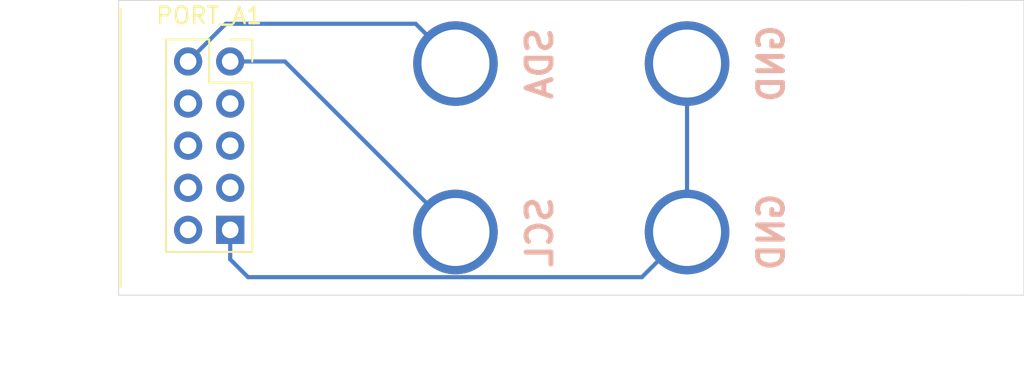
<source format=kicad_pcb>
(kicad_pcb (version 20171130) (host pcbnew "(5.1.12)-1")

  (general
    (thickness 1.6)
    (drawings 11)
    (tracks 15)
    (zones 0)
    (modules 1)
    (nets 11)
  )

  (page A4)
  (title_block
    (title "STK 600 Huckepack Platine I2C für Oszilloskop")
    (date 2021-11-20)
    (rev 1.0)
    (company "FH Bielefeld")
    (comment 1 "Philipp Husemann")
  )

  (layers
    (0 F.Cu signal)
    (31 B.Cu signal)
    (32 B.Adhes user)
    (33 F.Adhes user)
    (34 B.Paste user)
    (35 F.Paste user)
    (36 B.SilkS user)
    (37 F.SilkS user)
    (38 B.Mask user)
    (39 F.Mask user)
    (40 Dwgs.User user)
    (41 Cmts.User user)
    (42 Eco1.User user)
    (43 Eco2.User user)
    (44 Edge.Cuts user)
    (45 Margin user)
    (46 B.CrtYd user)
    (47 F.CrtYd user)
    (48 B.Fab user)
    (49 F.Fab user)
  )

  (setup
    (last_trace_width 0.25)
    (trace_clearance 0.2)
    (zone_clearance 0.508)
    (zone_45_only no)
    (trace_min 0.2)
    (via_size 0.8)
    (via_drill 0.4)
    (via_min_size 0.4)
    (via_min_drill 0.3)
    (uvia_size 0.3)
    (uvia_drill 0.1)
    (uvias_allowed no)
    (uvia_min_size 0.2)
    (uvia_min_drill 0.1)
    (edge_width 0.05)
    (segment_width 0.2)
    (pcb_text_width 0.3)
    (pcb_text_size 1.5 1.5)
    (mod_edge_width 0.12)
    (mod_text_size 1 1)
    (mod_text_width 0.15)
    (pad_size 1.7 1.7)
    (pad_drill 1)
    (pad_to_mask_clearance 0.051)
    (solder_mask_min_width 0.25)
    (aux_axis_origin 0 0)
    (visible_elements 7FFFFFFF)
    (pcbplotparams
      (layerselection 0x010fc_ffffffff)
      (usegerberextensions false)
      (usegerberattributes false)
      (usegerberadvancedattributes false)
      (creategerberjobfile false)
      (excludeedgelayer true)
      (linewidth 0.100000)
      (plotframeref false)
      (viasonmask false)
      (mode 1)
      (useauxorigin false)
      (hpglpennumber 1)
      (hpglpenspeed 20)
      (hpglpendiameter 15.000000)
      (psnegative false)
      (psa4output false)
      (plotreference true)
      (plotvalue true)
      (plotinvisibletext false)
      (padsonsilk false)
      (subtractmaskfromsilk false)
      (outputformat 1)
      (mirror false)
      (drillshape 1)
      (scaleselection 1)
      (outputdirectory ""))
  )

  (net 0 "")
  (net 1 "Net-(PORT_A1-Pad8)")
  (net 2 "Net-(PORT_A1-Pad7)")
  (net 3 "Net-(PORT_A1-Pad6)")
  (net 4 "Net-(PORT_A1-Pad5)")
  (net 5 "Net-(PORT_A1-Pad4)")
  (net 6 "Net-(PORT_A1-Pad3)")
  (net 7 +5V)
  (net 8 GND)
  (net 9 SDA)
  (net 10 SCL)

  (net_class Default "Dies ist die voreingestellte Netzklasse."
    (clearance 0.2)
    (trace_width 0.25)
    (via_dia 0.8)
    (via_drill 0.4)
    (uvia_dia 0.3)
    (uvia_drill 0.1)
    (add_net +5V)
    (add_net GND)
    (add_net "Net-(PORT_A1-Pad3)")
    (add_net "Net-(PORT_A1-Pad4)")
    (add_net "Net-(PORT_A1-Pad5)")
    (add_net "Net-(PORT_A1-Pad6)")
    (add_net "Net-(PORT_A1-Pad7)")
    (add_net "Net-(PORT_A1-Pad8)")
    (add_net SCL)
    (add_net SDA)
  )

  (module Connector_PinSocket_2.54mm:PinSocket_2x05_P2.54mm_Vertical (layer F.Cu) (tedit 619250C8) (tstamp 618D4DAB)
    (at 70.231 78.613)
    (descr "Through hole straight socket strip, 2x05, 2.54mm pitch, double cols (from Kicad 4.0.7), script generated")
    (tags "Through hole socket strip THT 2x05 2.54mm double row")
    (path /618D8315)
    (fp_text reference PORT_A1 (at -1.27 -2.77) (layer F.SilkS)
      (effects (font (size 1 1) (thickness 0.15)))
    )
    (fp_text value Conn_02x05_Odd_Even_MountingPin (at -0.381 17.907) (layer F.Fab)
      (effects (font (size 1 1) (thickness 0.15)))
    )
    (fp_line (start -3.81 -1.27) (end 0.27 -1.27) (layer F.Fab) (width 0.1))
    (fp_line (start 0.27 -1.27) (end 1.27 -0.27) (layer F.Fab) (width 0.1))
    (fp_line (start 1.27 -0.27) (end 1.27 11.43) (layer F.Fab) (width 0.1))
    (fp_line (start 1.27 11.43) (end -3.81 11.43) (layer F.Fab) (width 0.1))
    (fp_line (start -3.81 11.43) (end -3.81 -1.27) (layer F.Fab) (width 0.1))
    (fp_line (start -3.87 -1.33) (end -1.27 -1.33) (layer F.SilkS) (width 0.12))
    (fp_line (start -3.87 -1.33) (end -3.87 11.49) (layer F.SilkS) (width 0.12))
    (fp_line (start -3.87 11.49) (end 1.33 11.49) (layer F.SilkS) (width 0.12))
    (fp_line (start 1.33 1.27) (end 1.33 11.49) (layer F.SilkS) (width 0.12))
    (fp_line (start -1.27 1.27) (end 1.33 1.27) (layer F.SilkS) (width 0.12))
    (fp_line (start -1.27 -1.33) (end -1.27 1.27) (layer F.SilkS) (width 0.12))
    (fp_line (start 1.33 -1.33) (end 1.33 0) (layer F.SilkS) (width 0.12))
    (fp_line (start 0 -1.33) (end 1.33 -1.33) (layer F.SilkS) (width 0.12))
    (fp_line (start -4.34 -1.8) (end 1.76 -1.8) (layer F.CrtYd) (width 0.05))
    (fp_line (start 1.76 -1.8) (end 1.76 11.9) (layer F.CrtYd) (width 0.05))
    (fp_line (start 1.76 11.9) (end -4.34 11.9) (layer F.CrtYd) (width 0.05))
    (fp_line (start -4.34 11.9) (end -4.34 -1.8) (layer F.CrtYd) (width 0.05))
    (fp_text user %R (at -1.27 5.08 90) (layer F.Fab)
      (effects (font (size 1 1) (thickness 0.15)))
    )
    (pad 10 thru_hole oval (at -2.54 10.16) (size 1.7 1.7) (drill 1) (layers *.Cu *.Mask)
      (net 7 +5V))
    (pad 9 thru_hole rect (at 0 10.16) (size 1.7 1.7) (drill 1) (layers *.Cu *.Mask)
      (net 8 GND))
    (pad 8 thru_hole oval (at -2.54 7.62) (size 1.7 1.7) (drill 1) (layers *.Cu *.Mask)
      (net 1 "Net-(PORT_A1-Pad8)"))
    (pad 7 thru_hole oval (at 0 7.62) (size 1.7 1.7) (drill 1) (layers *.Cu *.Mask)
      (net 2 "Net-(PORT_A1-Pad7)"))
    (pad 6 thru_hole oval (at -2.54 5.08) (size 1.7 1.7) (drill 1) (layers *.Cu *.Mask)
      (net 3 "Net-(PORT_A1-Pad6)"))
    (pad 5 thru_hole oval (at 0 5.08) (size 1.7 1.7) (drill 1) (layers *.Cu *.Mask)
      (net 4 "Net-(PORT_A1-Pad5)"))
    (pad 4 thru_hole oval (at -2.54 2.54) (size 1.7 1.7) (drill 1) (layers *.Cu *.Mask)
      (net 5 "Net-(PORT_A1-Pad4)"))
    (pad 3 thru_hole oval (at 0 2.54) (size 1.7 1.7) (drill 1) (layers *.Cu *.Mask)
      (net 6 "Net-(PORT_A1-Pad3)"))
    (pad 2 thru_hole oval (at -2.54 0) (size 1.7 1.7) (drill 1) (layers *.Cu *.Mask)
      (net 9 SDA))
    (pad 1 thru_hole oval (at 0 0) (size 1.7 1.7) (drill 1) (layers *.Cu *.Mask)
      (net 10 SCL))
    (model ${KISYS3DMOD}/Connector_PinSocket_2.54mm.3dshapes/PinSocket_2x05_P2.54mm_Vertical.wrl
      (at (xyz 0 0 0))
      (scale (xyz 1 1 1))
      (rotate (xyz 0 0 0))
    )
  )

  (gr_text SCL (at 88.9 88.9 90) (layer B.SilkS)
    (effects (font (size 1.5 1.5) (thickness 0.3)) (justify mirror))
  )
  (gr_text SDA (at 88.9 78.74 90) (layer B.SilkS)
    (effects (font (size 1.5 1.5) (thickness 0.3)) (justify mirror))
  )
  (gr_text GND (at 102.87 88.9 90) (layer B.SilkS)
    (effects (font (size 1.5 1.5) (thickness 0.3)) (justify mirror))
  )
  (gr_text GND (at 102.87 78.74 90) (layer B.SilkS)
    (effects (font (size 1.5 1.5) (thickness 0.3)) (justify mirror))
  )
  (gr_line (start 118.11 92.71) (end 114.3 92.71) (layer Edge.Cuts) (width 0.05) (tstamp 6198BD81))
  (gr_line (start 118.11 74.93) (end 118.11 92.71) (layer Edge.Cuts) (width 0.05))
  (gr_line (start 114.3 74.93) (end 118.11 74.93) (layer Edge.Cuts) (width 0.05))
  (gr_line (start 114.3 74.93) (end 63.5 74.93) (layer Edge.Cuts) (width 0.05) (tstamp 6192ACAE))
  (gr_line (start 63.5 92.71) (end 114.3 92.71) (layer Edge.Cuts) (width 0.05))
  (gr_line (start 63.5 74.93) (end 63.5 92.71) (layer Edge.Cuts) (width 0.05))
  (gr_line (start 63.627 75.438) (end 63.627 92.202) (layer F.SilkS) (width 0.12))

  (via (at 97.79 78.74) (size 5.1) (drill 4.1) (layers F.Cu B.Cu) (net 8))
  (via (at 97.79 88.9) (size 5.1) (drill 4.1) (layers F.Cu B.Cu) (net 8))
  (segment (start 97.79 78.74) (end 97.79 88.9) (width 0.25) (layer B.Cu) (net 8))
  (segment (start 95.064999 91.625001) (end 71.305001 91.625001) (width 0.25) (layer B.Cu) (net 8))
  (segment (start 97.79 88.9) (end 95.064999 91.625001) (width 0.25) (layer B.Cu) (net 8))
  (segment (start 70.231 90.551) (end 70.231 88.773) (width 0.25) (layer B.Cu) (net 8))
  (segment (start 71.305001 91.625001) (end 70.231 90.551) (width 0.25) (layer B.Cu) (net 8))
  (via (at 83.82 78.74) (size 5.1) (drill 4.1) (layers F.Cu B.Cu) (net 9))
  (segment (start 81.420001 76.340001) (end 83.82 78.74) (width 0.25) (layer B.Cu) (net 9))
  (segment (start 69.963999 76.340001) (end 81.420001 76.340001) (width 0.25) (layer B.Cu) (net 9))
  (segment (start 67.691 78.613) (end 69.963999 76.340001) (width 0.25) (layer B.Cu) (net 9))
  (via (at 83.82 88.9) (size 5.1) (drill 4.1) (layers F.Cu B.Cu) (net 10))
  (segment (start 69.85 78.232) (end 70.231 78.613) (width 0.25) (layer B.Cu) (net 10))
  (segment (start 73.533 78.613) (end 83.82 88.9) (width 0.25) (layer B.Cu) (net 10))
  (segment (start 70.231 78.613) (end 73.533 78.613) (width 0.25) (layer B.Cu) (net 10))

)

</source>
